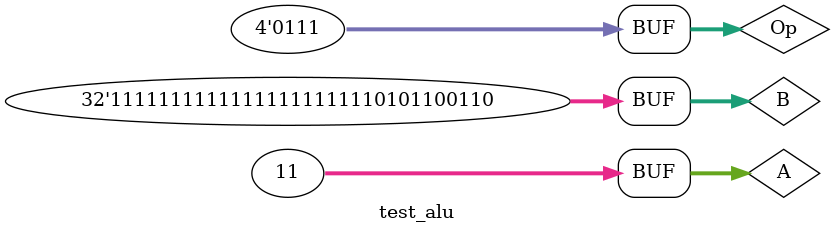
<source format=v>
`timescale 1ns / 1ps


module test_alu;

	// Inputs
	reg [31:0] A;
	reg [31:0] B;
	reg [3:0] Op;

	// Outputs
	wire Over;
	wire [31:0] C;

	// Instantiate the Unit Under Test (UUT)
	alu uut (
		.A(A), 
		.B(B), 
		.Op(Op), 
		.Over(Over), 
		.C(C)
	);

	initial begin
		// Initialize Inputs
		A = 11;
		B = -666;
		Op = 4'b0111;

		// Wait 100 ns for global reset to finish
		#100;
        
		// Add stimulus here

	end
      
endmodule


</source>
